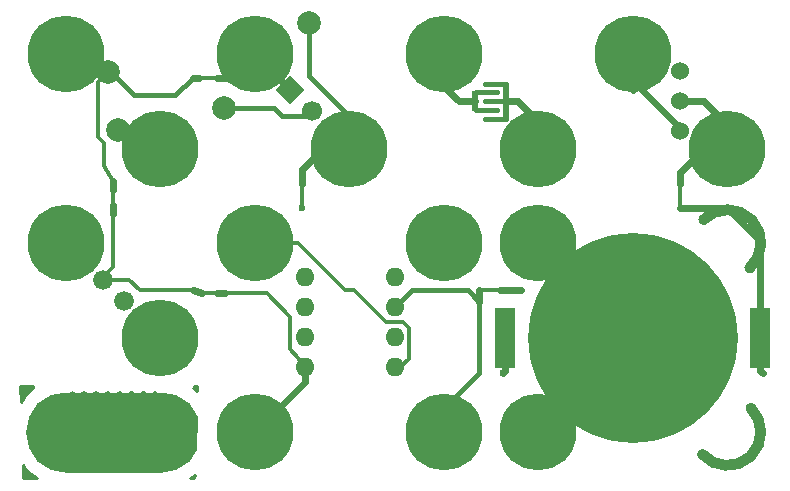
<source format=gtl>
G04 #@! TF.FileFunction,Copper,L1,Top,Signal*
%FSLAX46Y46*%
G04 Gerber Fmt 4.6, Leading zero omitted, Abs format (unit mm)*
G04 Created by KiCad (PCBNEW (2015-08-15 BZR 6092)-product) date 2/28/2016 12:14:40 PM*
%MOMM*%
G01*
G04 APERTURE LIST*
%ADD10C,0.100000*%
%ADD11C,0.400000*%
%ADD12C,0.889000*%
%ADD13C,1.676400*%
%ADD14C,1.700000*%
%ADD15O,1.600000X1.600000*%
%ADD16C,1.998980*%
%ADD17R,0.500000X3.000000*%
%ADD18R,0.500000X1.800000*%
%ADD19C,17.780000*%
%ADD20R,1.778000X5.080000*%
%ADD21C,6.500000*%
%ADD22C,1.524000*%
%ADD23C,2.000000*%
%ADD24C,0.600000*%
%ADD25C,0.304800*%
%ADD26C,0.609600*%
%ADD27C,0.406400*%
%ADD28C,0.254000*%
G04 APERTURE END LIST*
D10*
D11*
X149500000Y-27250000D02*
X147750000Y-27250000D01*
X150250000Y-29500000D02*
X148500000Y-29500000D01*
X147750000Y-28750000D02*
X149500000Y-28750000D01*
X150250000Y-28000000D02*
X148500000Y-28000000D01*
X150250000Y-26500000D02*
X148500000Y-26500000D01*
D12*
X166900000Y-57900000D02*
G75*
G03X170900000Y-58100000I2100000J1900000D01*
G01*
X171000000Y-58000000D02*
G75*
G03X171000000Y-54000000I-2000000J2000000D01*
G01*
X170900000Y-42100000D02*
G75*
G03X171100000Y-38100000I-1900000J2100000D01*
G01*
X171000000Y-38000000D02*
G75*
G03X167000000Y-38000000I-2000000J-2000000D01*
G01*
D13*
X116101974Y-43101974D03*
X117898026Y-44898026D03*
D10*
G36*
X132000000Y-28202082D02*
X130797918Y-27000000D01*
X132000000Y-25797918D01*
X133202082Y-27000000D01*
X132000000Y-28202082D01*
X132000000Y-28202082D01*
G37*
D14*
X133796051Y-28796051D03*
D15*
X133200000Y-42900000D03*
X133200000Y-45440000D03*
X133200000Y-47980000D03*
X133200000Y-50520000D03*
X140820000Y-50520000D03*
X140820000Y-47980000D03*
X140820000Y-45440000D03*
X140820000Y-42900000D03*
D16*
X126407898Y-28592102D03*
X133592102Y-21407898D03*
D17*
X150250000Y-28000000D03*
D18*
X147615000Y-28000000D03*
D19*
X161000000Y-48000000D03*
D20*
X150205000Y-48000000D03*
X171795000Y-48000000D03*
D21*
X145000000Y-56000000D03*
X129000000Y-40000000D03*
X129000000Y-56000000D03*
X145000000Y-40000000D03*
X161000000Y-24000000D03*
X169000000Y-32000000D03*
D22*
X165000000Y-28000000D03*
X165000000Y-30540000D03*
X165000000Y-25460000D03*
D21*
X129000000Y-24000000D03*
X137000000Y-32000000D03*
X145000000Y-24000000D03*
X153000000Y-32000000D03*
X153000000Y-40000000D03*
X153000000Y-56000000D03*
X113000000Y-40000000D03*
X121000000Y-48000000D03*
X113000000Y-24000000D03*
X121000000Y-32000000D03*
D23*
X117434120Y-30462019D03*
X116565880Y-25537981D03*
D24*
X133000000Y-37000000D03*
X151500000Y-44000000D03*
X150000000Y-51000000D03*
X172000000Y-51000000D03*
D25*
X126500000Y-44250000D02*
X130000000Y-44250000D01*
X132000000Y-49000000D02*
X132000000Y-46250000D01*
X133200000Y-50400000D02*
X132000000Y-49000000D01*
X123750000Y-44000000D02*
X119250000Y-44000000D01*
D26*
X123750000Y-44000000D02*
X124500000Y-44250000D01*
D25*
X124500000Y-44250000D02*
X125750000Y-44250000D01*
X118351974Y-43101974D02*
X116101974Y-43101974D01*
X119250000Y-44000000D02*
X118351974Y-43101974D01*
D26*
X126500000Y-44250000D02*
X125750000Y-44250000D01*
D25*
X130000000Y-44250000D02*
X132000000Y-46250000D01*
X116101974Y-43101974D02*
X116101974Y-42898026D01*
X116101974Y-42898026D02*
X117000000Y-42000000D01*
X117000000Y-42000000D02*
X117000000Y-37250000D01*
D26*
X127000000Y-26000000D02*
X125750000Y-26000000D01*
X124250000Y-26000000D02*
X123750000Y-26000000D01*
D27*
X118750000Y-27500000D02*
X122250000Y-27500000D01*
X122250000Y-27500000D02*
X123750000Y-26000000D01*
X118750000Y-27500000D02*
X116787981Y-25537981D01*
D25*
X125750000Y-26000000D02*
X124250000Y-26000000D01*
D26*
X127000000Y-26000000D02*
X129000000Y-24000000D01*
D27*
X116565880Y-25537981D02*
X116787981Y-25537981D01*
D26*
X129000000Y-24000000D02*
X129000000Y-26500000D01*
X147615000Y-28000000D02*
X146250000Y-28000000D01*
X146250000Y-28000000D02*
X145000000Y-26750000D01*
X145000000Y-26750000D02*
X145000000Y-24000000D01*
X132000000Y-27000000D02*
X129000000Y-24000000D01*
D25*
X117000000Y-34750000D02*
X116250000Y-33500000D01*
X117000000Y-35500000D02*
X117000000Y-36750000D01*
D26*
X117000000Y-36750000D02*
X117000000Y-37250000D01*
X117000000Y-37250000D02*
X117000000Y-37500000D01*
X117000000Y-34750000D02*
X117000000Y-35500000D01*
D25*
X115750000Y-26353861D02*
X116565880Y-25537981D01*
X115750000Y-31000000D02*
X115750000Y-26353861D01*
X116250000Y-31500000D02*
X115750000Y-31000000D01*
X116250000Y-33500000D02*
X116250000Y-31500000D01*
X133200000Y-50520000D02*
X133200000Y-50400000D01*
D26*
X133200000Y-50520000D02*
X133250000Y-51750000D01*
X133250000Y-51750000D02*
X129000000Y-56000000D01*
X153000000Y-56000000D02*
X153000000Y-55000000D01*
X153000000Y-56000000D02*
X161000000Y-48000000D01*
X153000000Y-40000000D02*
X161000000Y-48000000D01*
D25*
X116565880Y-25537981D02*
X114537981Y-25537981D01*
X114537981Y-25537981D02*
X113000000Y-24000000D01*
D26*
X165000000Y-30540000D02*
X165000000Y-30250000D01*
X165000000Y-30250000D02*
X161000000Y-26250000D01*
X161000000Y-26250000D02*
X161000000Y-24000000D01*
X165000000Y-30540000D02*
X164540000Y-30540000D01*
X161000000Y-27000000D02*
X161000000Y-24000000D01*
D27*
X137000000Y-32000000D02*
X137000000Y-29250000D01*
X137000000Y-29250000D02*
X133592102Y-25842102D01*
X133592102Y-25842102D02*
X133592102Y-21407898D01*
D26*
X137000000Y-32000000D02*
X137250000Y-32000000D01*
X133000000Y-35000000D02*
X133000000Y-33750000D01*
X133000000Y-33750000D02*
X134750000Y-32000000D01*
X134750000Y-32000000D02*
X137000000Y-32000000D01*
D25*
X133000000Y-34700000D02*
X133000000Y-35000000D01*
X133000000Y-35000000D02*
X133000000Y-37000000D01*
D26*
X149750000Y-44000000D02*
X151500000Y-44000000D01*
D25*
X150000000Y-44000000D02*
X149750000Y-44000000D01*
X149750000Y-44000000D02*
X148000000Y-44000000D01*
D26*
X148000000Y-44000000D02*
X148000000Y-45000000D01*
X153000000Y-32000000D02*
X153000000Y-29750000D01*
X153000000Y-29750000D02*
X151250000Y-28000000D01*
X151250000Y-28000000D02*
X150250000Y-28000000D01*
D27*
X145000000Y-56000000D02*
X145000000Y-54000000D01*
X145000000Y-54000000D02*
X148000000Y-51000000D01*
X148000000Y-51000000D02*
X148000000Y-45000000D01*
X148000000Y-45000000D02*
X147000000Y-44000000D01*
X147000000Y-44000000D02*
X142260000Y-44000000D01*
X142260000Y-44000000D02*
X140820000Y-45440000D01*
X126407898Y-28592102D02*
X130592102Y-28592102D01*
X131250000Y-29250000D02*
X133342102Y-29250000D01*
X130592102Y-28592102D02*
X131250000Y-29250000D01*
X133342102Y-29250000D02*
X133796051Y-28796051D01*
D26*
X150000000Y-51000000D02*
X150205000Y-50795000D01*
X171795000Y-48000000D02*
X171795000Y-50795000D01*
X150205000Y-50795000D02*
X150205000Y-48000000D01*
X171795000Y-50795000D02*
X172000000Y-51000000D01*
X169000000Y-32000000D02*
X169000000Y-30000000D01*
X169000000Y-30000000D02*
X167000000Y-28000000D01*
X167000000Y-28000000D02*
X165000000Y-28000000D01*
X165000000Y-35000000D02*
X165000000Y-34000000D01*
D25*
X165000000Y-35000000D02*
X165000000Y-37000000D01*
D26*
X171795000Y-39795000D02*
X169000000Y-37000000D01*
X169000000Y-37000000D02*
X165000000Y-37000000D01*
X171795000Y-48000000D02*
X171795000Y-39795000D01*
X165000000Y-34000000D02*
X167000000Y-32000000D01*
X167000000Y-32000000D02*
X169000000Y-32000000D01*
D25*
X140820000Y-50520000D02*
X141280000Y-50520000D01*
X141280000Y-50520000D02*
X142000000Y-49800000D01*
X142000000Y-49800000D02*
X142000000Y-47200000D01*
X142000000Y-47200000D02*
X141500000Y-46700000D01*
X141500000Y-46700000D02*
X140100000Y-46700000D01*
X140100000Y-46700000D02*
X137400000Y-44000000D01*
X137400000Y-44000000D02*
X136600000Y-44000000D01*
X136600000Y-44000000D02*
X132600000Y-40000000D01*
X132600000Y-40000000D02*
X129000000Y-40000000D01*
D28*
G36*
X123876907Y-59873000D02*
X123498081Y-59873000D01*
X123884986Y-59614478D01*
X123876907Y-59873000D01*
X123876907Y-59873000D01*
G37*
X123876907Y-59873000D02*
X123498081Y-59873000D01*
X123884986Y-59614478D01*
X123876907Y-59873000D01*
G36*
X109602016Y-59208992D02*
X109665014Y-59271989D01*
X109791007Y-59397984D01*
X110501919Y-59873000D01*
X109373093Y-59873000D01*
X109340093Y-58816997D01*
X109602016Y-59208992D01*
X109602016Y-59208992D01*
G37*
X109602016Y-59208992D02*
X109665014Y-59271989D01*
X109791007Y-59397984D01*
X110501919Y-59873000D01*
X109373093Y-59873000D01*
X109340093Y-58816997D01*
X109602016Y-59208992D01*
G36*
X119562188Y-52677896D02*
X119606118Y-52696137D01*
X119605745Y-52705110D01*
X119732444Y-52748593D01*
X119856152Y-52799961D01*
X119882186Y-52799984D01*
X119906808Y-52808434D01*
X120040496Y-52800122D01*
X120174452Y-52800239D01*
X120198512Y-52790297D01*
X120224494Y-52788682D01*
X120426255Y-52705110D01*
X120425891Y-52696346D01*
X120468628Y-52678687D01*
X120499857Y-52647512D01*
X120530188Y-52677896D01*
X120574118Y-52696137D01*
X120573745Y-52705110D01*
X120700444Y-52748593D01*
X120824152Y-52799961D01*
X120850186Y-52799984D01*
X120874808Y-52808434D01*
X121008496Y-52800122D01*
X121142452Y-52800239D01*
X121166512Y-52790297D01*
X121192494Y-52788682D01*
X121277261Y-52753571D01*
X122263459Y-52949738D01*
X123334568Y-53665429D01*
X124037995Y-54718181D01*
X123953951Y-57407600D01*
X123334568Y-58334571D01*
X122263459Y-59050262D01*
X120932533Y-59315000D01*
X113067467Y-59315000D01*
X111736540Y-59050262D01*
X110665429Y-58334568D01*
X109949738Y-57263459D01*
X109698420Y-56000000D01*
X109949738Y-54736541D01*
X110665429Y-53665432D01*
X111736540Y-52949738D01*
X112737406Y-52750653D01*
X112856152Y-52799961D01*
X112882186Y-52799984D01*
X112906808Y-52808434D01*
X113040496Y-52800122D01*
X113174452Y-52800239D01*
X113198512Y-52790297D01*
X113224494Y-52788682D01*
X113426255Y-52705110D01*
X113425891Y-52696346D01*
X113468628Y-52678687D01*
X113499857Y-52647512D01*
X113530188Y-52677896D01*
X113574118Y-52696137D01*
X113573745Y-52705110D01*
X113700444Y-52748593D01*
X113824152Y-52799961D01*
X113850186Y-52799984D01*
X113874808Y-52808434D01*
X114008496Y-52800122D01*
X114142452Y-52800239D01*
X114166512Y-52790297D01*
X114192494Y-52788682D01*
X114394255Y-52705110D01*
X114393891Y-52696346D01*
X114436628Y-52678687D01*
X114491899Y-52623512D01*
X114546188Y-52677896D01*
X114590118Y-52696137D01*
X114589745Y-52705110D01*
X114716444Y-52748593D01*
X114840152Y-52799961D01*
X114866186Y-52799984D01*
X114890808Y-52808434D01*
X115024496Y-52800122D01*
X115158452Y-52800239D01*
X115182512Y-52790297D01*
X115208494Y-52788682D01*
X115410255Y-52705110D01*
X115409891Y-52696346D01*
X115452628Y-52678687D01*
X115507899Y-52623512D01*
X115562188Y-52677896D01*
X115606118Y-52696137D01*
X115605745Y-52705110D01*
X115732444Y-52748593D01*
X115856152Y-52799961D01*
X115882186Y-52799984D01*
X115906808Y-52808434D01*
X116040496Y-52800122D01*
X116174452Y-52800239D01*
X116198512Y-52790297D01*
X116224494Y-52788682D01*
X116426255Y-52705110D01*
X116425891Y-52696346D01*
X116468628Y-52678687D01*
X116507871Y-52639512D01*
X116546188Y-52677896D01*
X116590118Y-52696137D01*
X116589745Y-52705110D01*
X116716444Y-52748593D01*
X116840152Y-52799961D01*
X116866186Y-52799984D01*
X116890808Y-52808434D01*
X117024496Y-52800122D01*
X117158452Y-52800239D01*
X117182512Y-52790297D01*
X117208494Y-52788682D01*
X117410255Y-52705110D01*
X117409891Y-52696346D01*
X117452628Y-52678687D01*
X117491871Y-52639512D01*
X117530188Y-52677896D01*
X117574118Y-52696137D01*
X117573745Y-52705110D01*
X117700444Y-52748593D01*
X117824152Y-52799961D01*
X117850186Y-52799984D01*
X117874808Y-52808434D01*
X118008496Y-52800122D01*
X118142452Y-52800239D01*
X118166512Y-52790297D01*
X118192494Y-52788682D01*
X118394255Y-52705110D01*
X118393891Y-52696346D01*
X118436628Y-52678687D01*
X118491899Y-52623512D01*
X118546188Y-52677896D01*
X118590118Y-52696137D01*
X118589745Y-52705110D01*
X118716444Y-52748593D01*
X118840152Y-52799961D01*
X118866186Y-52799984D01*
X118890808Y-52808434D01*
X119024496Y-52800122D01*
X119158452Y-52800239D01*
X119182512Y-52790297D01*
X119208494Y-52788682D01*
X119410255Y-52705110D01*
X119409891Y-52696346D01*
X119452628Y-52678687D01*
X119507899Y-52623512D01*
X119562188Y-52677896D01*
X119562188Y-52677896D01*
G37*
X119562188Y-52677896D02*
X119606118Y-52696137D01*
X119605745Y-52705110D01*
X119732444Y-52748593D01*
X119856152Y-52799961D01*
X119882186Y-52799984D01*
X119906808Y-52808434D01*
X120040496Y-52800122D01*
X120174452Y-52800239D01*
X120198512Y-52790297D01*
X120224494Y-52788682D01*
X120426255Y-52705110D01*
X120425891Y-52696346D01*
X120468628Y-52678687D01*
X120499857Y-52647512D01*
X120530188Y-52677896D01*
X120574118Y-52696137D01*
X120573745Y-52705110D01*
X120700444Y-52748593D01*
X120824152Y-52799961D01*
X120850186Y-52799984D01*
X120874808Y-52808434D01*
X121008496Y-52800122D01*
X121142452Y-52800239D01*
X121166512Y-52790297D01*
X121192494Y-52788682D01*
X121277261Y-52753571D01*
X122263459Y-52949738D01*
X123334568Y-53665429D01*
X124037995Y-54718181D01*
X123953951Y-57407600D01*
X123334568Y-58334571D01*
X122263459Y-59050262D01*
X120932533Y-59315000D01*
X113067467Y-59315000D01*
X111736540Y-59050262D01*
X110665429Y-58334568D01*
X109949738Y-57263459D01*
X109698420Y-56000000D01*
X109949738Y-54736541D01*
X110665429Y-53665432D01*
X111736540Y-52949738D01*
X112737406Y-52750653D01*
X112856152Y-52799961D01*
X112882186Y-52799984D01*
X112906808Y-52808434D01*
X113040496Y-52800122D01*
X113174452Y-52800239D01*
X113198512Y-52790297D01*
X113224494Y-52788682D01*
X113426255Y-52705110D01*
X113425891Y-52696346D01*
X113468628Y-52678687D01*
X113499857Y-52647512D01*
X113530188Y-52677896D01*
X113574118Y-52696137D01*
X113573745Y-52705110D01*
X113700444Y-52748593D01*
X113824152Y-52799961D01*
X113850186Y-52799984D01*
X113874808Y-52808434D01*
X114008496Y-52800122D01*
X114142452Y-52800239D01*
X114166512Y-52790297D01*
X114192494Y-52788682D01*
X114394255Y-52705110D01*
X114393891Y-52696346D01*
X114436628Y-52678687D01*
X114491899Y-52623512D01*
X114546188Y-52677896D01*
X114590118Y-52696137D01*
X114589745Y-52705110D01*
X114716444Y-52748593D01*
X114840152Y-52799961D01*
X114866186Y-52799984D01*
X114890808Y-52808434D01*
X115024496Y-52800122D01*
X115158452Y-52800239D01*
X115182512Y-52790297D01*
X115208494Y-52788682D01*
X115410255Y-52705110D01*
X115409891Y-52696346D01*
X115452628Y-52678687D01*
X115507899Y-52623512D01*
X115562188Y-52677896D01*
X115606118Y-52696137D01*
X115605745Y-52705110D01*
X115732444Y-52748593D01*
X115856152Y-52799961D01*
X115882186Y-52799984D01*
X115906808Y-52808434D01*
X116040496Y-52800122D01*
X116174452Y-52800239D01*
X116198512Y-52790297D01*
X116224494Y-52788682D01*
X116426255Y-52705110D01*
X116425891Y-52696346D01*
X116468628Y-52678687D01*
X116507871Y-52639512D01*
X116546188Y-52677896D01*
X116590118Y-52696137D01*
X116589745Y-52705110D01*
X116716444Y-52748593D01*
X116840152Y-52799961D01*
X116866186Y-52799984D01*
X116890808Y-52808434D01*
X117024496Y-52800122D01*
X117158452Y-52800239D01*
X117182512Y-52790297D01*
X117208494Y-52788682D01*
X117410255Y-52705110D01*
X117409891Y-52696346D01*
X117452628Y-52678687D01*
X117491871Y-52639512D01*
X117530188Y-52677896D01*
X117574118Y-52696137D01*
X117573745Y-52705110D01*
X117700444Y-52748593D01*
X117824152Y-52799961D01*
X117850186Y-52799984D01*
X117874808Y-52808434D01*
X118008496Y-52800122D01*
X118142452Y-52800239D01*
X118166512Y-52790297D01*
X118192494Y-52788682D01*
X118394255Y-52705110D01*
X118393891Y-52696346D01*
X118436628Y-52678687D01*
X118491899Y-52623512D01*
X118546188Y-52677896D01*
X118590118Y-52696137D01*
X118589745Y-52705110D01*
X118716444Y-52748593D01*
X118840152Y-52799961D01*
X118866186Y-52799984D01*
X118890808Y-52808434D01*
X119024496Y-52800122D01*
X119158452Y-52800239D01*
X119182512Y-52790297D01*
X119208494Y-52788682D01*
X119410255Y-52705110D01*
X119409891Y-52696346D01*
X119452628Y-52678687D01*
X119507899Y-52623512D01*
X119562188Y-52677896D01*
G36*
X110183761Y-52158452D02*
X110193703Y-52182512D01*
X110195318Y-52208494D01*
X110235342Y-52305121D01*
X109791007Y-52602016D01*
X109687914Y-52705110D01*
X109602016Y-52791008D01*
X109171897Y-53434725D01*
X109131031Y-52127000D01*
X110183788Y-52127000D01*
X110183761Y-52158452D01*
X110183761Y-52158452D01*
G37*
X110183761Y-52158452D02*
X110193703Y-52182512D01*
X110195318Y-52208494D01*
X110235342Y-52305121D01*
X109791007Y-52602016D01*
X109687914Y-52705110D01*
X109602016Y-52791008D01*
X109171897Y-53434725D01*
X109131031Y-52127000D01*
X110183788Y-52127000D01*
X110183761Y-52158452D01*
G36*
X124106270Y-52533379D02*
X123758584Y-52301063D01*
X123764593Y-52283556D01*
X123815961Y-52159848D01*
X123815984Y-52133814D01*
X123818322Y-52127000D01*
X124118969Y-52127000D01*
X124106270Y-52533379D01*
X124106270Y-52533379D01*
G37*
X124106270Y-52533379D02*
X123758584Y-52301063D01*
X123764593Y-52283556D01*
X123815961Y-52159848D01*
X123815984Y-52133814D01*
X123818322Y-52127000D01*
X124118969Y-52127000D01*
X124106270Y-52533379D01*
M02*

</source>
